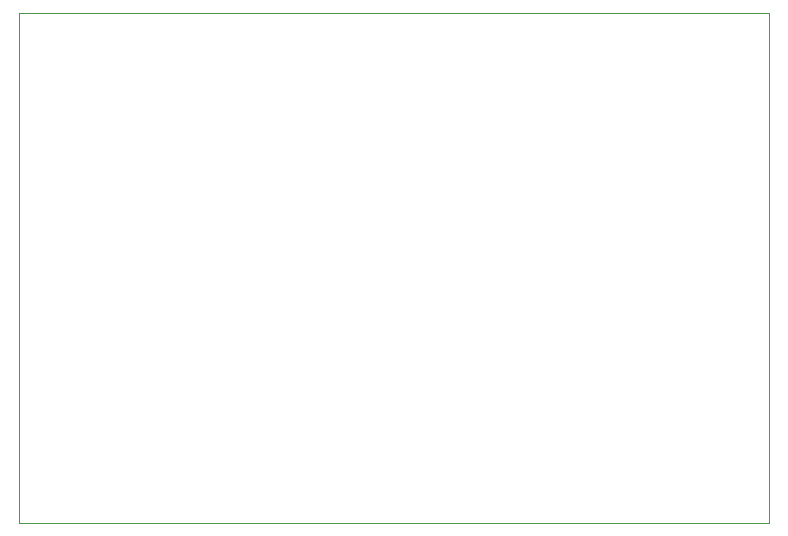
<source format=gbr>
%TF.GenerationSoftware,Altium Limited,Altium Designer,19.0.15 (446)*%
G04 Layer_Color=0*
%FSLAX45Y45*%
%MOMM*%
%TF.FileFunction,Profile,NP*%
%TF.Part,Single*%
G01*
G75*
%TA.AperFunction,Profile*%
%ADD83C,0.02540*%
D83*
X6223000Y4953000D02*
Y9271000D01*
X12573000D01*
Y4953000D01*
X6223000D01*
%TF.MD5,0a3923179e69d8e801f3b3d5fb55d4b0*%
M02*

</source>
